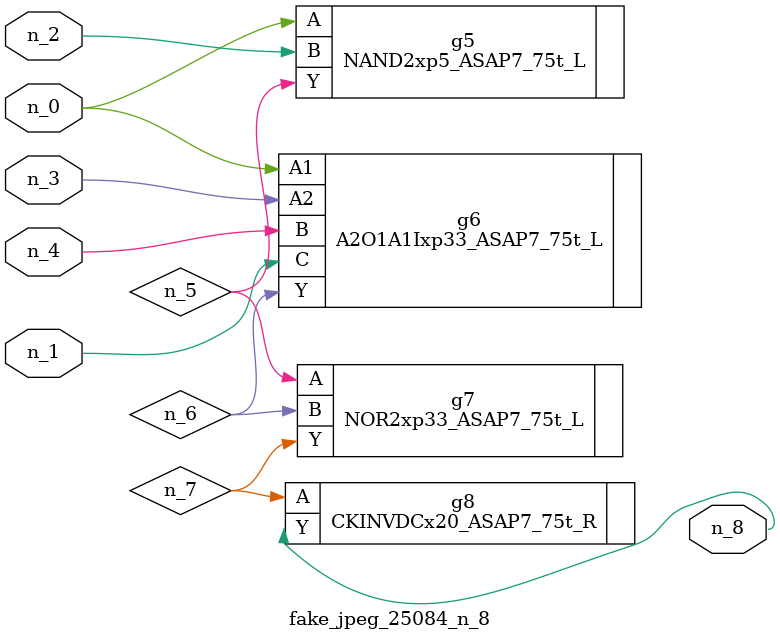
<source format=v>
module fake_jpeg_25084_n_8 (n_3, n_2, n_1, n_0, n_4, n_8);

input n_3;
input n_2;
input n_1;
input n_0;
input n_4;

output n_8;

wire n_6;
wire n_5;
wire n_7;

NAND2xp5_ASAP7_75t_L g5 ( 
.A(n_0),
.B(n_2),
.Y(n_5)
);

A2O1A1Ixp33_ASAP7_75t_L g6 ( 
.A1(n_0),
.A2(n_3),
.B(n_4),
.C(n_1),
.Y(n_6)
);

NOR2xp33_ASAP7_75t_L g7 ( 
.A(n_5),
.B(n_6),
.Y(n_7)
);

CKINVDCx20_ASAP7_75t_R g8 ( 
.A(n_7),
.Y(n_8)
);


endmodule
</source>
